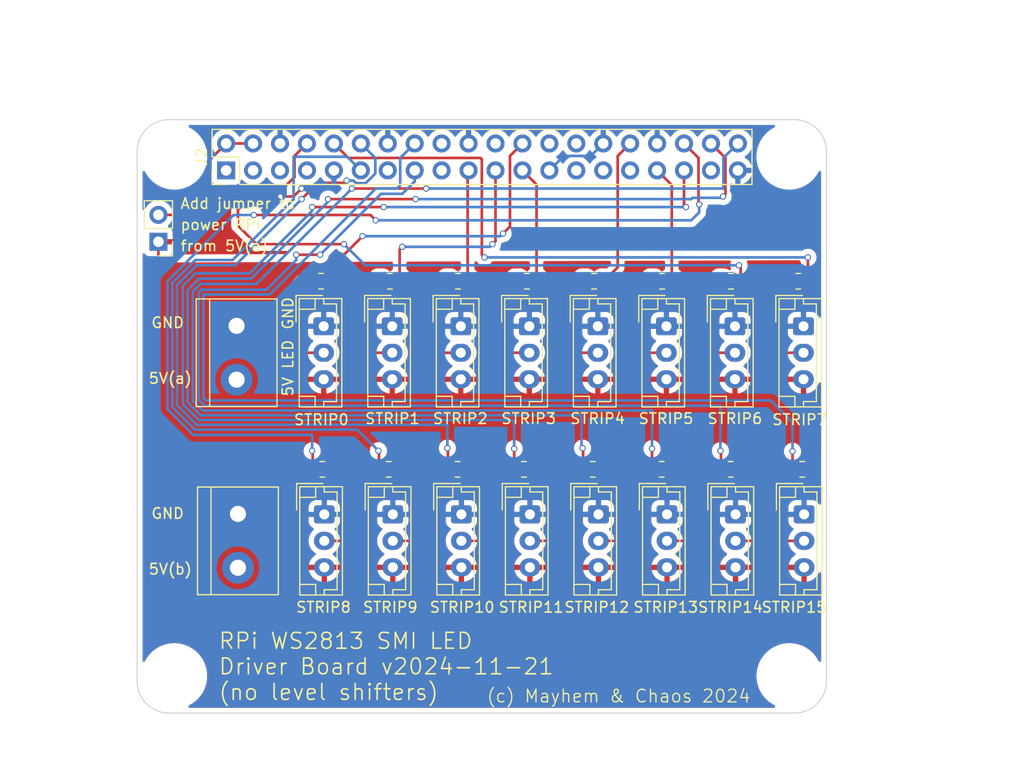
<source format=kicad_pcb>
(kicad_pcb (version 20240108) (generator "pcbnew") (generator_version "8.0")
  (layers (0 "F.Cu" signal) (31 "B.Cu" signal) (34 "B.Paste" user) (35 "F.Paste" user) (36 "B.SilkS" user "B.Silkscreen") (37 "F.SilkS" user "F.Silkscreen") (38 "B.Mask" user) (39 "F.Mask" user) (44 "Edge.Cuts" user))
  (net 0 "")
  (net 1 "/RPI_5V")
  (net 2 "/5Vcca")
  (net 5 "/5Vccb")
  (net 6 "Net-(J3-Pin_2)")
  (net 7 "Net-(J4-Pin_2)")
  (net 8 "/GND")
  (net 9 "Net-(J5-Pin_2)")
  (net 10 "Net-(J6-Pin_2)")
  (net 11 "Net-(J7-Pin_2)")
  (net 13 "Net-(J8-Pin_2)")
  (net 14 "Net-(J9-Pin_2)")
  (net 16 "Net-(J10-Pin_2)")
  (net 18 "Net-(J11-Pin_2)")
  (net 20 "Net-(J12-Pin_2)")
  (net 22 "Net-(J13-Pin_2)")
  (net 26 "Net-(J14-Pin_2)")
  (net 27 "Net-(J15-Pin_2)")
  (net 28 "Net-(J16-Pin_2)")
  (net 29 "Net-(J17-Pin_2)")
  (net 34 "/STRIP0")
  (net 35 "/STRIP1")
  (net 36 "/STRIP2")
  (net 37 "/STRIP3")
  (net 38 "/STRIP4")
  (net 39 "/STRIP5")
  (net 40 "/STRIP6")
  (net 41 "/STRIP7")
  (net 42 "/STRIP8")
  (net 43 "/STRIP9")
  (net 44 "/STRIP10")
  (net 45 "/STRIP11")
  (net 46 "/STRIP12")
  (net 47 "/STRIP13")
  (net 48 "/STRIP14")
  (net 49 "/STRIP15")
  (net 50 "Net-(JJ1-Pin_2)")
  (footprint "Connector_JST:JST_EH_B3B-EH-A_1x03_P2.50mm_Vertical" (layer "F.Cu") (at 154.480355 83 -90)
    (property "Reference" "J4" (hide yes))
    (property "Value" "STRIP3" (hide yes))
  )
  (footprint "Resistor_SMD:R_0805_2012Metric" (layer "F.Cu") (at 141.214285 96.5)
    (property "Reference" "R10" (hide yes))
    (property "Value" "330" (hide yes))
  )
  (footprint "Connector_JST:JST_EH_B3B-EH-A_1x03_P2.50mm_Vertical" (layer "F.Cu") (at 135.14286 100.75 -90)
    (property "Reference" "J9" (hide yes))
    (property "Value" "STRIP8" (hide yes))
  )
  (footprint "Resistor_SMD:R_0805_2012Metric" (layer "F.Cu") (at 141.3375 78.75 180)
    (property "Reference" "R2" (hide yes))
    (property "Value" "330" (hide yes))
  )
  (footprint "Resistor_SMD:R_0805_2012Metric" (layer "F.Cu") (at 147.75 78.75 180)
    (property "Reference" "R3" (hide yes))
    (property "Value" "330" (hide yes))
  )
  (footprint "Resistor_SMD:R_0805_2012Metric" (layer "F.Cu") (at 134.964285 96.5)
    (property "Reference" "R9" (hide yes))
    (property "Value" "330" (hide yes))
  )
  (footprint "Resistor_SMD:R_0805_2012Metric" (layer "F.Cu") (at 160.5875 78.75 180)
    (property "Reference" "R5" (hide yes))
    (property "Value" "330" (hide yes))
  )
  (footprint "TerminalBlock:TerminalBlock_bornier-2_P5.08mm" (layer "F.Cu") (at 127 100.71 -90)
    (property "Reference" "J19" (hide yes))
    (property "Value" "Screw_Terminal_01x02" (hide yes))
  )
  (footprint "Resistor_SMD:R_0805_2012Metric" (layer "F.Cu") (at 173.5 78.75 180)
    (property "Reference" "R7" (hide yes))
    (property "Value" "330" (hide yes))
  )
  (footprint "Connector_JST:JST_EH_B3B-EH-A_1x03_P2.50mm_Vertical" (layer "F.Cu") (at 141.607145 100.75 -90)
    (property "Reference" "J11" (hide yes))
    (property "Value" "STRIP9" (hide yes))
  )
  (footprint "Connector_JST:JST_EH_B3B-EH-A_1x03_P2.50mm_Vertical" (layer "F.Cu") (at 167.408925 83 -90)
    (property "Reference" "J6" (hide yes))
    (property "Value" "STRIP5" (hide yes))
  )
  (footprint "Resistor_SMD:R_0805_2012Metric" (layer "F.Cu") (at 154.25 78.75 180)
    (property "Reference" "R4" (hide yes))
    (property "Value" "330" (hide yes))
  )
  (footprint "RPi_Hat:RPi_Hat_Mounting_Hole" (layer "F.Cu") (at 179 67)
    (property "Reference" "" (hide yes))
    (property "Value" "" (hide yes))
  )
  (footprint "Connector_JST:JST_EH_B3B-EH-A_1x03_P2.50mm_Vertical" (layer "F.Cu") (at 154.535715 100.75 -90)
    (property "Reference" "J13" (hide yes))
    (property "Value" "STRIP11" (hide yes))
  )
  (footprint "Resistor_SMD:R_0805_2012Metric" (layer "F.Cu") (at 134.8375 78.75 180)
    (property "Reference" "R1" (hide yes))
    (property "Value" "330" (hide yes))
  )
  (footprint "Resistor_SMD:R_0805_2012Metric" (layer "F.Cu") (at 153.964285 96.5)
    (property "Reference" "R12" (hide yes))
    (property "Value" "330" (hide yes))
  )
  (footprint "RPi_Hat:RPi_Hat_Mounting_Hole" (layer "F.Cu") (at 121 116)
    (property "Reference" "" (hide yes))
    (property "Value" "" (hide yes))
  )
  (footprint "Resistor_SMD:R_0805_2012Metric" (layer "F.Cu") (at 173.464285 96.5)
    (property "Reference" "R15" (hide yes))
    (property "Value" "330" (hide yes))
  )
  (footprint "Resistor_SMD:R_0805_2012Metric" (layer "F.Cu") (at 147.714285 96.5)
    (property "Reference" "R11" (hide yes))
    (property "Value" "330" (hide yes))
  )
  (footprint "Resistor_SMD:R_0805_2012Metric" (layer "F.Cu") (at 179.8375 78.75 180)
    (property "Reference" "R8" (hide yes))
    (property "Value" "330" (hide yes))
  )
  (footprint "Connector_JST:JST_EH_B3B-EH-A_1x03_P2.50mm_Vertical" (layer "F.Cu") (at 173.92857 100.75 -90)
    (property "Reference" "J16" (hide yes))
    (property "Value" "STRIP14" (hide yes))
  )
  (footprint "Connector_JST:JST_EH_B3B-EH-A_1x03_P2.50mm_Vertical" (layer "F.Cu") (at 180.39286 100.75 -90)
    (property "Reference" "J17" (hide yes))
    (property "Value" "STRIP15" (hide yes))
  )
  (footprint "Resistor_SMD:R_0805_2012Metric" (layer "F.Cu") (at 167 78.75 180)
    (property "Reference" "R6" (hide yes))
    (property "Value" "330" (hide yes))
  )
  (footprint "Connector_JST:JST_EH_B3B-EH-A_1x03_P2.50mm_Vertical" (layer "F.Cu") (at 160.94464 83 -90)
    (property "Reference" "J5" (hide yes))
    (property "Value" "STRIP4" (hide yes))
  )
  (footprint "Connector_PinHeader_2.54mm:PinHeader_2x20_P2.54mm_Vertical" (layer "F.Cu") (at 125.89 68.29 90)
    (property "Reference" "J2")
    (property "Value" "RPi")
  )
  (footprint "Connector_JST:JST_EH_B3B-EH-A_1x03_P2.50mm_Vertical" (layer "F.Cu") (at 167.464285 100.75 -90)
    (property "Reference" "J15" (hide yes))
    (property "Value" "STRIP13" (hide yes))
  )
  (footprint "RPi_Hat:RPi_Hat_Mounting_Hole" (layer "F.Cu") (at 179 116)
    (property "Reference" "" (hide yes))
    (property "Value" "" (hide yes))
  )
  (footprint "RPi_Hat:RPi_Hat_Mounting_Hole" (layer "F.Cu") (at 121 67)
    (property "Reference" "" (hide yes))
    (property "Value" "" (hide yes))
  )
  (footprint "Connector_JST:JST_EH_B3B-EH-A_1x03_P2.50mm_Vertical" (layer "F.Cu") (at 161 100.75 -90)
    (property "Reference" "J14" (hide yes))
    (property "Value" "STRIP12" (hide yes))
  )
  (footprint "Resistor_SMD:R_0805_2012Metric" (layer "F.Cu") (at 166.964285 96.5)
    (property "Reference" "R14" (hide yes))
    (property "Value" "330" (hide yes))
  )
  (footprint "Connector_JST:JST_EH_B3B-EH-A_1x03_P2.50mm_Vertical" (layer "F.Cu") (at 173.87321 83 -90)
    (property "Reference" "J7" (hide yes))
    (property "Value" "STRIP6" (hide yes))
  )
  (footprint "Connector_PinHeader_2.54mm:PinHeader_1x02_P2.54mm_Vertical" (layer "F.Cu") (at 119.5 75.025 180)
    (property "Reference" "J18" (hide yes))
    (property "Value" "RPI POWER JMP" (hide yes))
  )
  (footprint "Connector_JST:JST_EH_B3B-EH-A_1x03_P2.50mm_Vertical" (layer "F.Cu") (at 141.551785 83 -90)
    (property "Reference" "JJ1" (hide yes))
    (property "Value" "STRIP1" (hide yes))
  )
  (footprint "Connector_JST:JST_EH_B3B-EH-A_1x03_P2.50mm_Vertical" (layer "F.Cu") (at 180.3375 83 -90)
    (property "Reference" "J8" (hide yes))
    (property "Value" "STRIP7" (hide yes))
  )
  (footprint "Resistor_SMD:R_0805_2012Metric" (layer "F.Cu") (at 160.464285 96.5)
    (property "Reference" "R13" (hide yes))
    (property "Value" "330" (hide yes))
  )
  (footprint "Connector_JST:JST_EH_B3B-EH-A_1x03_P2.50mm_Vertical" (layer "F.Cu") (at 135.0875 83 -90)
    (property "Reference" "J10" (hide yes))
    (property "Value" "STRIP0" (hide yes))
  )
  (footprint "Connector_JST:JST_EH_B3B-EH-A_1x03_P2.50mm_Vertical" (layer "F.Cu") (at 148.01607 83 -90)
    (property "Reference" "J3" (hide yes))
    (property "Value" "STRIP2" (hide yes))
  )
  (footprint "Connector_JST:JST_EH_B3B-EH-A_1x03_P2.50mm_Vertical" (layer "F.Cu") (at 148.07143 100.75 -90)
    (property "Reference" "J12" (hide yes))
    (property "Value" "STRIP10" (hide yes))
  )
  (footprint "TerminalBlock:TerminalBlock_bornier-2_P5.08mm" (layer "F.Cu") (at 126.873215 82.96 -90)
    (property "Reference" "J1" (hide yes))
    (property "Value" "Screw_Terminal_01x02" (hide yes))
  )
  (footprint "Resistor_SMD:R_0805_2012Metric" (layer "F.Cu") (at 180.214285 96.5)
    (property "Reference" "R16" (hide yes))
    (property "Value" "330" (hide yes))
  )
  (gr_line (start 120.5 63.5) (end 179.5 63.5) (stroke (width 0.1)) (layer "Edge.Cuts"))
  (gr_arc (start 120.5 119.5) (mid 118.37868 118.62132) (end 117.5 116.5) (stroke (width 0.1)) (layer "Edge.Cuts"))
  (gr_arc (start 117.5 66.5) (mid 118.37868 64.37868) (end 120.5 63.5) (stroke (width 0.1)) (layer "Edge.Cuts"))
  (gr_line (start 120.5 119.5) (end 179.5 119.5) (stroke (width 0.1)) (layer "Edge.Cuts"))
  (gr_arc (start 179.5 63.5) (mid 181.62132 64.37868) (end 182.5 66.5) (stroke (width 0.1)) (layer "Edge.Cuts"))
  (gr_line (start 117.5 66.5) (end 117.5 116.5) (stroke (width 0.1)) (layer "Edge.Cuts"))
  (gr_arc (start 182.5 116.5) (mid 181.62132 118.62132) (end 179.5 119.5) (stroke (width 0.1)) (layer "Edge.Cuts"))
  (gr_line (start 182.5 66.5) (end 182.5 116.5) (stroke (width 0.1)) (layer "Edge.Cuts"))
  (gr_text "Add jumper to" (at 121.5 72 0) (layer "F.SilkS") (effects (font (size 1 1)) (justify left bottom)))
  (gr_text "power RPi" (at 121.5 74 0) (layer "F.SilkS") (effects (font (size 1 1)) (justify left bottom)))
  (gr_text "STRIP12" (at 157.7 110.1 0) (layer "F.SilkS") (effects (font (size 1 1)) (justify left bottom)))
  (gr_text "STRIP4\n" (at 158.25 92.3 0) (layer "F.SilkS") (effects (font (size 1 1)) (justify left bottom)))
  (gr_text "STRIP10" (at 145 110.1 0) (layer "F.SilkS") (effects (font (size 1 1)) (justify left bottom)))
  (gr_text "STRIP2\n" (at 145.3 92.3 0) (layer "F.SilkS") (effects (font (size 1 1)) (justify left bottom)))
  (gr_text "GND" (at 132.3 83.4 90) (layer "F.SilkS") (effects (font (size 1 1)) (justify left bottom)))
  (gr_text "GND" (at 118.75 101.25 0) (layer "F.SilkS") (effects (font (size 1 1)) (justify left bottom)))
  (gr_text "5V" (at 132.3 89.7 90) (layer "F.SilkS") (effects (font (size 1 1)) (justify left bottom)))
  (gr_text "5V(b)" (at 118.5 106.5 0) (layer "F.SilkS") (effects (font (size 1 1)) (justify left bottom)))
  (gr_text "STRIP13" (at 164.2 110.1 0) (layer "F.SilkS") (effects (font (size 1 1)) (justify left bottom)))
  (gr_text "STRIP8" (at 132.4 110.1 0) (layer "F.SilkS") (effects (font (size 1 1)) (justify left bottom)))
  (gr_text "STRIP14" (at 170.3 110.1 0) (layer "F.SilkS") (effects (font (size 1 1)) (justify left bottom)))
  (gr_text "STRIP7\n" (at 177.3 92.4 0) (layer "F.SilkS") (effects (font (size 1 1)) (justify left bottom)))
  (gr_text "STRIP11\n" (at 151.5 110.1 0) (layer "F.SilkS") (effects (font (size 1 1)) (justify left bottom)))
  (gr_text "STRIP6\n" (at 171.2 92.3 0) (layer "F.SilkS") (effects (font (size 1 1)) (justify left bottom)))
  (gr_text "RPi WS2813 SMI LED\nDriver Board v2024-11-21\n(no level shifters)" (at 125.1 118.4 0) (layer "F.SilkS") (effects (font (size 1.5 1.5)) (justify left bottom)))
  (gr_text "STRIP15\n" (at 176.3 110.1 0) (layer "F.SilkS") (effects (font (size 1 1)) (justify left bottom)))
  (gr_text "(c) Mayhem & Chaos 2024" (at 150.4 118.6 0) (layer "F.SilkS") (effects (font (size 1.2 1.2) (thickness 0.12)) (justify left bottom)))
  (gr_text "GND" (at 118.75 83.25 0) (layer "F.SilkS") (effects (font (size 1 1)) (justify left bottom)))
  (gr_text "STRIP3\n" (at 151.75 92.3 0) (layer "F.SilkS") (effects (font (size 1 1)) (justify left bottom)))
  (gr_text "LED" (at 132.3 87.1 90) (layer "F.SilkS") (effects (font (size 1 1)) (justify left bottom)))
  (gr_text "STRIP5" (at 164.7 92.3 0) (layer "F.SilkS") (effects (font (size 1 1)) (justify left bottom)))
  (gr_text "from 5V(a)" (at 121.5 76 0) (layer "F.SilkS") (effects (font (size 1 1)) (justify left bottom)))
  (gr_text "STRIP1" (at 138.9 92.3 0) (layer "F.SilkS") (effects (font (size 1 1)) (justify left bottom)))
  (gr_text "STRIP9" (at 138.7 110.1 0) (layer "F.SilkS") (effects (font (size 1 1)) (justify left bottom)))
  (gr_text "5V(a)" (at 118.5 88.5 0) (layer "F.SilkS") (effects (font (size 1 1)) (justify left bottom)))
  (gr_text "STRIP0\n" (at 132.2 92.4 0) (layer "F.SilkS") (effects (font (size 1 1)) (justify left bottom)))
  (segment (start 124.25 67.39) (end 125.89 65.75) (width 0.25) (layer "F.Cu") (net 1))
  (segment (start 125.89 65.75) (end 128.43 65.75) (width 0.25) (layer "F.Cu") (net 1))
  (segment (start 119.5 72.485) (end 122.765 72.485) (width 0.25) (layer "F.Cu") (net 1))
  (segment (start 122.765 72.485) (end 124.25 71) (width 0.25) (layer "F.Cu") (net 1))
  (segment (start 124.25 71) (end 124.25 67.39) (width 0.25) (layer "F.Cu") (net 1))
  (segment (start 119.5 75.025) (end 119.5 76.5) (width 0.25) (layer "F.Cu") (net 2))
  (segment (start 119.5 76.5) (end 118.5 77.5) (width 0.25) (layer "F.Cu") (net 2))
  (segment (start 145.75 79) (end 145.75 85) (width 0.25) (layer "F.Cu") (net 6))
  (segment (start 146 78.75) (end 145.75 79) (width 0.25) (layer "F.Cu") (net 6))
  (segment (start 145.75 85) (end 146.25 85.5) (width 0.25) (layer "F.Cu") (net 6))
  (segment (start 146.25 85.5) (end 148.0875 85.5) (width 0.25) (layer "F.Cu") (net 6))
  (segment (start 146.925 78.75) (end 146 78.75) (width 0.25) (layer "F.Cu") (net 6))
  (segment (start 152.25 79) (end 152.25 85) (width 0.25) (layer "F.Cu") (net 7))
  (segment (start 152.5 78.75) (end 152.25 79) (width 0.25) (layer "F.Cu") (net 7))
  (segment (start 153.425 78.75) (end 152.5 78.75) (width 0.25) (layer "F.Cu") (net 7))
  (segment (start 152.75 85.5) (end 154.5875 85.5) (width 0.25) (layer "F.Cu") (net 7))
  (segment (start 152.25 85) (end 152.75 85.5) (width 0.25) (layer "F.Cu") (net 7))
  (segment (start 131 70.75) (end 132.25 70.75) (width 0.25) (layer "F.Cu") (net 8))
  (segment (start 132.25 70.75) (end 133 70) (width 0.25) (layer "F.Cu") (net 8))
  (via (at 131 70.75) (size 0.6) (drill 0.4) (layers "F.Cu" "B.Cu") (net 8))
  (via (at 133 70) (size 0.6) (drill 0.4) (layers "F.Cu" "B.Cu") (net 8))
  (segment (start 157.735 66.925) (end 160.275 66.925) (width 0.25) (layer "B.Cu") (net 8))
  (segment (start 156.37 68.29) (end 157.735 66.925) (width 0.25) (layer "B.Cu") (net 8))
  (segment (start 160.275 66.925) (end 161.45 65.75) (width 0.25) (layer "B.Cu") (net 8))
  (segment (start 159 78.75) (end 158.75 79) (width 0.25) (layer "F.Cu") (net 9))
  (segment (start 159.925 78.75) (end 159 78.75) (width 0.25) (layer "F.Cu") (net 9))
  (segment (start 158.75 85) (end 159.25 85.5) (width 0.25) (layer "F.Cu") (net 9))
  (segment (start 158.75 79) (end 158.75 85) (width 0.25) (layer "F.Cu") (net 9))
  (segment (start 159.25 85.5) (end 161.0875 85.5) (width 0.25) (layer "F.Cu") (net 9))
  (segment (start 165.5 85.5) (end 167.3375 85.5) (width 0.25) (layer "F.Cu") (net 10))
  (segment (start 165.25 78.75) (end 165 79) (width 0.25) (layer "F.Cu") (net 10))
  (segment (start 166.175 78.75) (end 165.25 78.75) (width 0.25) (layer "F.Cu") (net 10))
  (segment (start 165 85) (end 165.5 85.5) (width 0.25) (layer "F.Cu") (net 10))
  (segment (start 165 79) (end 165 85) (width 0.25) (layer "F.Cu") (net 10))
  (segment (start 171.5 79) (end 171.5 85) (width 0.25) (layer "F.Cu") (net 11))
  (segment (start 172.675 78.75) (end 171.75 78.75) (width 0.25) (layer "F.Cu") (net 11))
  (segment (start 171.5 85) (end 172 85.5) (width 0.25) (layer "F.Cu") (net 11))
  (segment (start 171.75 78.75) (end 171.5 79) (width 0.25) (layer "F.Cu") (net 11))
  (segment (start 172 85.5) (end 173.8375 85.5) (width 0.25) (layer "F.Cu") (net 11))
  (segment (start 178 79) (end 178 85) (width 0.25) (layer "F.Cu") (net 13))
  (segment (start 178 85) (end 178.5 85.5) (width 0.25) (layer "F.Cu") (net 13))
  (segment (start 178.5 85.5) (end 180.3375 85.5) (width 0.25) (layer "F.Cu") (net 13))
  (segment (start 179.175 78.75) (end 178.25 78.75) (width 0.25) (layer "F.Cu") (net 13))
  (segment (start 178.25 78.75) (end 178 79) (width 0.25) (layer "F.Cu") (net 13))
  (segment (start 137.5 103.25) (end 135.14286 103.25) (width 0.25) (layer "F.Cu") (net 14))
  (segment (start 138 96.75) (end 138 102.75) (width 0.25) (layer "F.Cu") (net 14))
  (segment (start 135.876785 96.5) (end 137.75 96.5) (width 0.25) (layer "F.Cu") (net 14))
  (segment (start 137.75 96.5) (end 138 96.75) (width 0.25) (layer "F.Cu") (net 14))
  (segment (start 138 102.75) (end 137.5 103.25) (width 0.25) (layer "F.Cu") (net 14))
  (segment (start 132.75 79) (end 132.75 85) (width 0.25) (layer "F.Cu") (net 16))
  (segment (start 133.925 78.75) (end 133 78.75) (width 0.25) (layer "F.Cu") (net 16))
  (segment (start 132.75 85) (end 133.25 85.5) (width 0.25) (layer "F.Cu") (net 16))
  (segment (start 133.25 85.5) (end 135.0875 85.5) (width 0.25) (layer "F.Cu") (net 16))
  (segment (start 133 78.75) (end 132.75 79) (width 0.25) (layer "F.Cu") (net 16))
  (segment (start 142.305355 96.5) (end 144.17857 96.5) (width 0.25) (layer "F.Cu") (net 18))
  (segment (start 144.42857 102.75) (end 143.92857 103.25) (width 0.25) (layer "F.Cu") (net 18))
  (segment (start 144.17857 96.5) (end 144.42857 96.75) (width 0.25) (layer "F.Cu") (net 18))
  (segment (start 144.42857 96.75) (end 144.42857 102.75) (width 0.25) (layer "F.Cu") (net 18))
  (segment (start 143.92857 103.25) (end 141.57143 103.25) (width 0.25) (layer "F.Cu") (net 18))
  (segment (start 150.67857 96.5) (end 150.92857 96.75) (width 0.25) (layer "F.Cu") (net 20))
  (segment (start 150.92857 102.75) (end 150.42857 103.25) (width 0.25) (layer "F.Cu") (net 20))
  (segment (start 148.805355 96.5) (end 150.67857 96.5) (width 0.25) (layer "F.Cu") (net 20))
  (segment (start 150.42857 103.25) (end 148.07143 103.25) (width 0.25) (layer "F.Cu") (net 20))
  (segment (start 150.92857 96.75) (end 150.92857 102.75) (width 0.25) (layer "F.Cu") (net 20))
  (segment (start 157.42857 102.75) (end 156.92857 103.25) (width 0.25) (layer "F.Cu") (net 22))
  (segment (start 156.92857 103.25) (end 154.57143 103.25) (width 0.25) (layer "F.Cu") (net 22))
  (segment (start 157.42857 96.75) (end 157.42857 102.75) (width 0.25) (layer "F.Cu") (net 22))
  (segment (start 157.17857 96.5) (end 157.42857 96.75) (width 0.25) (layer "F.Cu") (net 22))
  (segment (start 155.305355 96.5) (end 157.17857 96.5) (width 0.25) (layer "F.Cu") (net 22))
  (segment (start 161.805355 96.5) (end 163.67857 96.5) (width 0.25) (layer "F.Cu") (net 26))
  (segment (start 163.67857 96.5) (end 163.92857 96.75) (width 0.25) (layer "F.Cu") (net 26))
  (segment (start 163.42857 103.25) (end 161.07143 103.25) (width 0.25) (layer "F.Cu") (net 26))
  (segment (start 163.92857 96.75) (end 163.92857 102.75) (width 0.25) (layer "F.Cu") (net 26))
  (segment (start 163.92857 102.75) (end 163.42857 103.25) (width 0.25) (layer "F.Cu") (net 26))
  (segment (start 170.42857 102.75) (end 169.92857 103.25) (width 0.25) (layer "F.Cu") (net 27))
  (segment (start 170.17857 96.5) (end 170.42857 96.75) (width 0.25) (layer "F.Cu") (net 27))
  (segment (start 168.305355 96.5) (end 170.17857 96.5) (width 0.25) (layer "F.Cu") (net 27))
  (segment (start 169.92857 103.25) (end 167.57143 103.25) (width 0.25) (layer "F.Cu") (net 27))
  (segment (start 170.42857 96.75) (end 170.42857 102.75) (width 0.25) (layer "F.Cu") (net 27))
  (segment (start 176.92857 96.75) (end 176.92857 102.75) (width 0.25) (layer "F.Cu") (net 28))
  (segment (start 174.805355 96.5) (end 176.67857 96.5) (width 0.25) (layer "F.Cu") (net 28))
  (segment (start 176.92857 102.75) (end 176.42857 103.25) (width 0.25) (layer "F.Cu") (net 28))
  (segment (start 176.67857 96.5) (end 176.92857 96.75) (width 0.25) (layer "F.Cu") (net 28))
  (segment (start 176.42857 103.25) (end 174.07143 103.25) (width 0.25) (layer "F.Cu") (net 28))
  (segment (start 181 98.5) (end 178 98.5) (width 0.25) (layer "F.Cu") (net 29))
  (segment (start 181.126785 96.5) (end 181.126785 98.373215) (width 0.25) (layer "F.Cu") (net 29))
  (segment (start 178 102.75) (end 178.5 103.25) (width 0.25) (layer "F.Cu") (net 29))
  (segment (start 178.5 103.25) (end 180.39286 103.25) (width 0.25) (layer "F.Cu") (net 29))
  (segment (start 181.126785 98.373215) (end 181 98.5) (width 0.25) (layer "F.Cu") (net 29))
  (segment (start 178 98.5) (end 178 102.75) (width 0.25) (layer "F.Cu") (net 29))
  (segment (start 135.75 78.75) (end 135.75 77.5) (width 0.25) (layer "F.Cu") (net 34))
  (segment (start 135.75 77.5) (end 138.75 74.5) (width 0.25) (layer "F.Cu") (net 34))
  (segment (start 152.655 73.595) (end 152.655 66.925) (width 0.25) (layer "F.Cu") (net 34))
  (segment (start 152 74.25) (end 152.655 73.595) (width 0.25) (layer "F.Cu") (net 34))
  (segment (start 152.655 66.925) (end 153.83 65.75) (width 0.25) (layer "F.Cu") (net 34))
  (via (at 138.75 74.5) (size 0.6) (drill 0.4) (layers "F.Cu" "B.Cu") (net 34))
  (via (at 152 74.25) (size 0.6) (drill 0.4) (layers "F.Cu" "B.Cu") (net 34))
  (segment (start 138.75 74.5) (end 151.75 74.5) (width 0.25) (layer "B.Cu") (net 34))
  (segment (start 151.75 74.5) (end 152 74.25) (width 0.25) (layer "B.Cu") (net 34))
  (segment (start 142.25 78.75) (end 142.25 75.75) (width 0.25) (layer "F.Cu") (net 35))
  (segment (start 151 75.25) (end 151.29 74.96) (width 0.25) (layer "F.Cu") (net 35))
  (segment (start 151.29 74.96) (end 151.29 68.29) (width 0.25) (layer "F.Cu") (net 35))
  (segment (start 142.25 75.75) (end 142.5 75.5) (width 0.25) (layer "F.Cu") (net 35))
  (via (at 142.5 75.5) (size 0.6) (drill 0.4) (layers "F.Cu" "B.Cu") (net 35))
  (via (at 151 75.25) (size 0.6) (drill 0.4) (layers "F.Cu" "B.Cu") (net 35))
  (segment (start 142.5 75.5) (end 150.75 75.5) (width 0.25) (layer "B.Cu") (net 35))
  (segment (start 150.75 75.5) (end 151 75.25) (width 0.25) (layer "B.Cu") (net 35))
  (segment (start 148.6625 68.3775) (end 148.75 68.29) (width 0.25) (layer "F.Cu") (net 36))
  (segment (start 148.6625 78.75) (end 148.6625 68.3775) (width 0.25) (layer "F.Cu") (net 36))
  (segment (start 155.1625 78.75) (end 155.1625 69.6225) (width 0.25) (layer "F.Cu") (net 37))
  (segment (start 155.1625 69.6225) (end 153.83 68.29) (width 0.25) (layer "F.Cu") (net 37))
  (segment (start 162.815 77.435) (end 162.815 66.925) (width 0.25) (layer "F.Cu") (net 38))
  (segment (start 162.815 66.925) (end 163.99 65.75) (width 0.25) (layer "F.Cu") (net 38))
  (segment (start 161.5 78.75) (end 162.815 77.435) (width 0.25) (layer "F.Cu") (net 38))
  (segment (start 167.9125 69.6725) (end 166.53 68.29) (width 0.25) (layer "F.Cu") (net 39))
  (segment (start 167.9125 78.75) (end 167.9125 69.6725) (width 0.25) (layer "F.Cu") (net 39))
  (segment (start 174.4125 77.4125) (end 174.25 77.25) (width 0.25) (layer "F.Cu") (net 40))
  (segment (start 129 70) (end 131.25 70) (width 0.25) (layer "F.Cu") (net 40))
  (segment (start 131.25 70) (end 132.335 68.915) (width 0.25) (layer "F.Cu") (net 40))
  (segment (start 132.335 66.925) (end 133.51 65.75) (width 0.25) (layer "F.Cu") (net 40))
  (segment (start 174.4125 78.75) (end 174.4125 77.4125) (width 0.25) (layer "F.Cu") (net 40))
  (segment (start 128.75 75.25) (end 127 73.5) (width 0.25) (layer "F.Cu") (net 40))
  (segment (start 132.335 68.915) (end 132.335 66.925) (width 0.25) (layer "F.Cu") (net 40))
  (segment (start 127 73.5) (end 127 72) (width 0.25) (layer "F.Cu") (net 40))
  (segment (start 127 72) (end 129 70) (width 0.25) (layer "F.Cu") (net 40))
  (segment (start 137 75.25) (end 128.75 75.25) (width 0.25) (layer "F.Cu") (net 40))
  (via (at 137 75.25) (size 0.6) (drill 0.4) (layers "F.Cu" "B.Cu") (net 40))
  (via (at 174.25 77.25) (size 0.6) (drill 0.4) (layers "F.Cu" "B.Cu") (net 40))
  (segment (start 139 77.25) (end 137 75.25) (width 0.25) (layer "B.Cu") (net 40))
  (segment (start 174.25 77.25) (end 139 77.25) (width 0.25) (layer "B.Cu") (net 40))
  (segment (start 150 67.25) (end 150 76.25) (width 0.25) (layer "F.Cu") (net 41))
  (segment (start 136.05 65.75) (end 137.415 67.115) (width 0.25) (layer "F.Cu") (net 41))
  (segment (start 150 76.25) (end 150.25 76.5) (width 0.25) (layer "F.Cu") (net 41))
  (segment (start 180.75 78.75) (end 180.75 76.5) (width 0.25) (layer "F.Cu") (net 41))
  (segment (start 149.865 67.115) (end 150 67.25) (width 0.25) (layer "F.Cu") (net 41))
  (segment (start 137.415 67.115) (end 149.865 67.115) (width 0.25) (layer "F.Cu") (net 41))
  (via (at 150.25 76.5) (size 0.6) (drill 0.4) (layers "F.Cu" "B.Cu") (net 41))
  (via (at 180.75 76.5) (size 0.6) (drill 0.4) (layers "F.Cu" "B.Cu") (net 41))
  (segment (start 150.25 76.5) (end 180.75 76.5) (width 0.25) (layer "B.Cu") (net 41))
  (segment (start 128.5 72.5) (end 139.5 72.5) (width 0.25) (layer "F.Cu") (net 42))
  (segment (start 134.051785 96.5) (end 134.051785 94.801785) (width 0.25) (layer "F.Cu") (net 42))
  (segment (start 170.435 67.115) (end 169.07 65.75) (width 0.25) (layer "F.Cu") (net 42))
  (segment (start 134.051785 94.801785) (end 134 94.75) (width 0.25) (layer "F.Cu") (net 42))
  (segment (start 170.435 71.435) (end 170.435 67.115) (width 0.25) (layer "F.Cu") (net 42))
  (segment (start 139.5 72.5) (end 140 73) (width 0.25) (layer "F.Cu") (net 42))
  (segment (start 170.5 71.5) (end 170.435 71.435) (width 0.25) (layer "F.Cu") (net 42))
  (via (at 140 73) (size 0.6) (drill 0.4) (layers "F.Cu" "B.Cu") (net 42))
  (via (at 170.5 71.5) (size 0.6) (drill 0.4) (layers "F.Cu" "B.Cu") (net 42))
  (via (at 128.5 72.5) (size 0.6) (drill 0.4) (layers "F.Cu" "B.Cu") (net 42))
  (via (at 134 94.75) (size 0.6) (drill 0.4) (layers "F.Cu" "B.Cu") (net 42))
  (segment (start 140 73) (end 169.75 73) (width 0.25) (layer "B.Cu") (net 42))
  (segment (start 134 94.75) (end 134 93.25) (width 0.25) (layer "B.Cu") (net 42))
  (segment (start 120.35 78.740812) (end 126.590812 72.5) (width 0.25) (layer "B.Cu") (net 42))
  (segment (start 122.795228 93.25) (end 120.35 90.804772) (width 0.25) (layer "B.Cu") (net 42))
  (segment (start 126.590812 72.5) (end 128.5 72.5) (width 0.25) (layer "B.Cu") (net 42))
  (segment (start 170.5 72.25) (end 170.5 71.5) (width 0.25) (layer "B.Cu") (net 42))
  (segment (start 169.75 73) (end 170.5 72.25) (width 0.25) (layer "B.Cu") (net 42))
  (segment (start 120.35 90.804772) (end 120.35 78.740812) (width 0.25) (layer "B.Cu") (net 42))
  (segment (start 134 93.25) (end 122.795228 93.25) (width 0.25) (layer "B.Cu") (net 42))
  (segment (start 140.301785 96.5) (end 140.301785 94.801785) (width 0.25) (layer "F.Cu") (net 43))
  (segment (start 140.301785 94.801785) (end 140.25 94.75) (width 0.25) (layer "F.Cu") (net 43))
  (via (at 140.25 94.75) (size 0.6) (drill 0.4) (layers "F.Cu" "B.Cu") (net 43))
  (segment (start 120.8 90.618376) (end 120.8 78.927208) (width 0.25) (layer "B.Cu") (net 43))
  (segment (start 120.8 78.927208) (end 122.977208 76.75) (width 0.25) (layer "B.Cu") (net 43))
  (segment (start 126.5 76.75) (end 132.25 71) (width 0.25) (layer "B.Cu") (net 43))
  (segment (start 122.931624 92.75) (end 120.8 90.618376) (width 0.25) (layer "B.Cu") (net 43))
  (segment (start 132.25 67) (end 137.3 67) (width 0.25) (layer "B.Cu") (net 43))
  (segment (start 140.25 94.75) (end 138.25 92.75) (width 0.25) (layer "B.Cu") (net 43))
  (segment (start 137.3 67) (end 138.59 68.29) (width 0.25) (layer "B.Cu") (net 43))
  (segment (start 138.25 92.75) (end 122.931624 92.75) (width 0.25) (layer "B.Cu") (net 43))
  (segment (start 132.25 71) (end 132.25 67) (width 0.25) (layer "B.Cu") (net 43))
  (segment (start 122.977208 76.75) (end 126.5 76.75) (width 0.25) (layer "B.Cu") (net 43))
  (segment (start 134.535 69.465) (end 137.035 69.465) (width 0.25) (layer "F.Cu") (net 44))
  (segment (start 133 71) (end 134.535 69.465) (width 0.25) (layer "F.Cu") (net 44))
  (segment (start 137.035 69.465) (end 137.25 69.25) (width 0.25) (layer "F.Cu") (net 44))
  (segment (start 146.801785 96.5) (end 146.801785 94.551785) (width 0.25) (layer "F.Cu") (net 44))
  (segment (start 146.801785 94.551785) (end 146.75 94.5) (width 0.25) (layer "F.Cu") (net 44))
  (via (at 146.75 94.5) (size 0.6) (drill 0.4) (layers "F.Cu" "B.Cu") (net 44))
  (via (at 133 71) (size 0.6) (drill 0.4) (layers "F.Cu" "B.Cu") (net 44))
  (via (at 137.25 69.25) (size 0.6) (drill 0.4) (layers "F.Cu" "B.Cu") (net 44))
  (segment (start 139.041701 69.5) (end 139.955 68.586701) (width 0.25) (layer "B.Cu") (net 44))
  (segment (start 126.75 77.25) (end 133 71) (width 0.25) (layer "B.Cu") (net 44))
  (segment (start 139.955 68.586701) (end 139.955 67.115) (width 0.25) (layer "B.Cu") (net 44))
  (segment (start 138.138299 69.5) (end 139.041701 69.5) (width 0.25) (layer "B.Cu") (net 44))
  (segment (start 137.25 69.25) (end 137.888299 69.25) (width 0.25) (layer "B.Cu") (net 44))
  (segment (start 121.25 79.113604) (end 123.113604 77.25) (width 0.25) (layer "B.Cu") (net 44))
  (segment (start 137.888299 69.25) (end 138.138299 69.5) (width 0.25) (layer "B.Cu") (net 44))
  (segment (start 146.75 92.3) (end 123.11802 92.3) (width 0.25) (layer "B.Cu") (net 44))
  (segment (start 146.75 94.5) (end 146.75 92.3) (width 0.25) (layer "B.Cu") (net 44))
  (segment (start 123.11802 92.3) (end 121.25 90.43198) (width 0.25) (layer "B.Cu") (net 44))
  (segment (start 139.955 67.115) (end 138.59 65.75) (width 0.25) (layer "B.Cu") (net 44))
  (segment (start 123.113604 77.25) (end 126.75 77.25) (width 0.25) (layer "B.Cu") (net 44))
  (segment (start 121.25 90.43198) (end 121.25 79.113604) (width 0.25) (layer "B.Cu") (net 44))
  (segment (start 169.25 71.75) (end 169.07 71.57) (width 0.25) (layer "F.Cu") (net 45))
  (segment (start 134 71.75) (end 140.75 71.75) (width 0.25) (layer "F.Cu") (net 45))
  (segment (start 153 94.5) (end 153.051785 94.551785) (width 0.25) (layer "F.Cu") (net 45))
  (segment (start 153.051785 96.5) (end 153.051785 94.551785) (width 0.25) (layer "F.Cu") (net 45))
  (segment (start 169.07 71.57) (end 169.07 68.29) (width 0.25) (layer "F.Cu") (net 45))
  (via (at 134 71.75) (size 0.6) (drill 0.4) (layers "F.Cu" "B.Cu") (net 45))
  (via (at 169.25 71.75) (size 0.6) (drill 0.4) (layers "F.Cu" "B.Cu") (net 45))
  (via (at 140.75 71.75) (size 0.6) (drill 0.4) (layers "F.Cu" "B.Cu") (net 45))
  (via (at 153.051785 94.551785) (size 0.6) (drill 0.4) (layers "F.Cu" "B.Cu") (net 45))
  (segment (start 152.85 91.85) (end 123.304416 91.85) (width 0.25) (layer "B.Cu") (net 45))
  (segment (start 121.8 90.345584) (end 121.8 79.2) (width 0.25) (layer "B.Cu") (net 45))
  (segment (start 123 78) (end 128.113604 78) (width 0.25) (layer "B.Cu") (net 45))
  (segment (start 123.304416 91.85) (end 121.8 90.345584) (width 0.25) (layer "B.Cu") (net 45))
  (segment (start 153.051785 92.051785) (end 152.85 91.85) (width 0.25) (layer "B.Cu") (net 45))
  (segment (start 134 72.113604) (end 134 71.75) (width 0.25) (layer "B.Cu") (net 45))
  (segment (start 153.051785 94.551785) (end 153.051785 92.051785) (width 0.25) (layer "B.Cu") (net 45))
  (segment (start 140.75 71.75) (end 169.25 71.75) (width 0.25) (layer "B.Cu") (net 45))
  (segment (start 128.113604 78) (end 134 72.113604) (width 0.25) (layer "B.Cu") (net 45))
  (segment (start 121.8 79.2) (end 123 78) (width 0.25) (layer "B.Cu") (net 45))
  (segment (start 159.551785 96.5) (end 159.551785 94.551785) (width 0.25) (layer "F.Cu") (net 46))
  (segment (start 172.975 70.525) (end 172.975 67.115) (width 0.25) (layer "F.Cu") (net 46))
  (segment (start 172.75 70.75) (end 172.975 70.525) (width 0.25) (layer "F.Cu") (net 46))
  (segment (start 135.5 71) (end 143.75 71) (width 0.25) (layer "F.Cu") (net 46))
  (segment (start 159.551785 94.551785) (end 159.5 94.5) (width 0.25) (layer "F.Cu") (net 46))
  (segment (start 172.975 67.115) (end 171.61 65.75) (width 0.25) (layer "F.Cu") (net 46))
  (via (at 159.5 94.5) (size 0.6) (drill 0.4) (layers "F.Cu" "B.Cu") (net 46))
  (via (at 135.5 71) (size 0.6) (drill 0.4) (layers "F.Cu" "B.Cu") (net 46))
  (via (at 143.75 71) (size 0.6) (drill 0.4) (layers "F.Cu" "B.Cu") (net 46))
  (via (at 172.75 70.75) (size 0.6) (drill 0.4) (layers "F.Cu" "B.Cu") (net 46))
  (segment (start 123.25 78.5) (end 128.25 78.5) (width 0.25) (layer "B.Cu") (net 46))
  (segment (start 169.75 71) (end 169.875 70.875) (width 0.25) (layer "B.Cu") (net 46))
  (segment (start 123.490812 91.4) (end 122.25 90.159188) (width 0.25) (layer "B.Cu") (net 46))
  (segment (start 123.25 78.590812) (end 123.25 78.5) (width 0.25) (layer "B.Cu") (net 46))
  (segment (start 143.75 71) (end 169.75 71) (width 0.25) (layer "B.Cu") (net 46))
  (segment (start 122.25 90.159188) (end 122.25 79.590812) (width 0.25) (layer "B.Cu") (net 46))
  (segment (start 159.4 94.4) (end 159.4 91.4) (width 0.25) (layer "B.Cu") (net 46))
  (segment (start 122.25 79.590812) (end 123.25 78.590812) (width 0.25) (layer "B.Cu") (net 46))
  (segment (start 159.4 91.4) (end 123.490812 91.4) (width 0.25) (layer "B.Cu") (net 46))
  (segment (start 172.625 70.875) (end 172.75 70.75) (width 0.25) (layer "B.Cu") (net 46))
  (segment (start 169.875 70.875) (end 172.625 70.875) (width 0.25) (layer "B.Cu") (net 46))
  (segment (start 128.25 78.5) (end 135.5 71.25) (width 0.25) (layer "B.Cu") (net 46))
  (segment (start 135.5 71.25) (end 135.5 71) (width 0.25) (layer "B.Cu") (net 46))
  (segment (start 159.5 94.5) (end 159.4 94.4) (width 0.25) (layer "B.Cu") (net 46))
  (segment (start 137.75 70) (end 144.75 70) (width 0.25) (layer "F.Cu") (net 47))
  (segment (start 166 94.5) (end 166.051785 94.551785) (width 0.25) (layer "F.Cu") (net 47))
  (segment (start 166.051785 96.5) (end 166.051785 94.551785) (width 0.25) (layer "F.Cu") (net 47))
  (via (at 137.75 70) (size 0.6) (drill 0.4) (layers "F.Cu" "B.Cu") (net 47))
  (via (at 144.75 70) (size 0.6) (drill 0.4) (layers "F.Cu" "B.Cu") (net 47))
  (via (at 166.051785 94.551785) (size 0.6) (drill 0.4) (layers "F.Cu" "B.Cu") (net 47))
  (segment (start 166.051785 94.551785) (end 166.051785 90.95) (width 0.25) (layer "B.Cu") (net 47))
  (segment (start 122.75 79.727208) (end 123.477208 79) (width 0.25) (layer "B.Cu") (net 47))
  (segment (start 172.785 67.115) (end 174.15 65.75) (width 0.25) (layer "B.Cu") (net 47))
  (segment (start 122.75 90.022792) (end 122.75 79.727208) (width 0.25) (layer "B.Cu") (net 47))
  (segment (start 172.75 70) (end 172.785 69.965) (width 0.25) (layer "B.Cu") (net 47))
  (segment (start 128.75 79) (end 137.75 70) (width 0.25) (layer "B.Cu") (net 47))
  (segment (start 123.477208 79) (end 128.75 79) (width 0.25) (layer "B.Cu") (net 47))
  (segment (start 172.785 69.965) (end 172.785 67.115) (width 0.25) (layer "B.Cu") (net 47))
  (segment (start 166.051785 90.95) (end 123.677208 90.95) (width 0.25) (layer "B.Cu") (net 47))
  (segment (start 144.75 70) (end 172.75 70) (width 0.25) (layer "B.Cu") (net 47))
  (segment (start 123.677208 90.95) (end 122.75 90.022792) (width 0.25) (layer "B.Cu") (net 47))
  (segment (start 172.551785 96.5) (end 172.551785 94.801785) (width 0.25) (layer "F.Cu") (net 48))
  (segment (start 172.551785 94.801785) (end 172.5 94.75) (width 0.25) (layer "F.Cu") (net 48))
  (segment (start 132.5 76.25) (end 134.75 76.25) (width 0.25) (layer "F.Cu") (net 48))
  (via (at 134.75 76.25) (size 0.6) (drill 0.4) (layers "F.Cu" "B.Cu") (net 48))
  (via (at 172.5 94.75) (size 0.6) (drill 0.4) (layers "F.Cu" "B.Cu") (net 48))
  (via (at 132.5 76.25) (size 0.6) (drill 0.4) (layers "F.Cu" "B.Cu") (net 48))
  (segment (start 132.5 76.75) (end 132.5 76.25) (width 0.25) (layer "B.Cu") (net 48))
  (segment (start 129.75 79.55) (end 129.75 79.5) (width 0.25) (layer "B.Cu") (net 48))
  (segment (start 142.5 70.5) (end 143.67 69.33) (width 0.25) (layer "B.Cu") (net 48))
  (segment (start 123.563604 79.55) (end 129.75 79.55) (width 0.25) (layer "B.Cu") (net 48))
  (segment (start 134.75 76.25) (end 140.5 70.5) (width 0.25) (layer "B.Cu") (net 48))
  (segment (start 172.5 90.5) (end 123.863604 90.5) (width 0.25) (layer "B.Cu") (net 48))
  (segment (start 143.67 69.33) (end 143.67 68.29) (width 0.25) (layer "B.Cu") (net 48))
  (segment (start 140.5 70.5) (end 142.5 70.5) (width 0.25) (layer "B.Cu") (net 48))
  (segment (start 172.5 94.75) (end 172.5 90.5) (width 0.25) (layer "B.Cu") (net 48))
  (segment (start 123.863604 90.5) (end 123.3 89.936396) (width 0.25) (layer "B.Cu") (net 48))
  (segment (start 129.75 79.5) (end 132.5 76.75) (width 0.25) (layer "B.Cu") (net 48))
  (segment (start 123.3 79.813604) (end 123.563604 79.55) (width 0.25) (layer "B.Cu") (net 48))
  (segment (start 123.3 89.936396) (end 123.3 79.813604) (width 0.25) (layer "B.Cu") (net 48))
  (segment (start 179.25 94.75) (end 179.301785 94.801785) (width 0.25) (layer "F.Cu") (net 49))
  (segment (start 179.301785 96.5) (end 179.301785 94.801785) (width 0.25) (layer "F.Cu") (net 49))
  (via (at 179.301785 94.801785) (size 0.6) (drill 0.4) (layers "F.Cu" "B.Cu") (net 49))
  (segment (start 123.75 80) (end 130 80) (width 0.25) (layer "B.Cu") (net 49))
  (segment (start 179.301785 94.801785) (end 179.301785 92.051785) (width 0.25) (layer "B.Cu") (net 49))
  (segment (start 179.301785 94.801785) (end 179.25 94.75) (width 0.25) (layer "B.Cu") (net 49))
  (segment (start 142.305 67.115) (end 143.67 65.75) (width 0.25) (layer "B.Cu") (net 49))
  (segment (start 140 70) (end 142 70) (width 0.25) (layer "B.Cu") (net 49))
  (segment (start 123.75 89.75) (end 123.75 80) (width 0.25) (layer "B.Cu") (net 49))
  (segment (start 177.25 90) (end 124 90) (width 0.25) (layer "B.Cu") (net 49))
  (segment (start 142.305 69.695) (end 142.305 67.115) (width 0.25) (layer "B.Cu") (net 49))
  (segment (start 142 70) (end 142.305 69.695) (width 0.25) (layer "B.Cu") (net 49))
  (segment (start 177.25 90) (end 179.301785 92.051785) (width 0.25) (layer "B.Cu") (net 49))
  (segment (start 124 90) (end 123.75 89.75) (width 0.25) (layer "B.Cu") (net 49))
  (segment (start 130 80) (end 140 70) (width 0.25) (layer "B.Cu") (net 49))
  (segment (start 139.25 85) (end 139.75 85.5) (width 0.25) (layer "F.Cu") (net 50))
  (segment (start 139.25 79) (end 139.25 85) (width 0.25) (layer "F.Cu") (net 50))
  (segment (start 139.75 85.5) (end 141.5875 85.5) (width 0.25) (layer "F.Cu") (net 50))
  (segment (start 139.5 78.75) (end 139.25 79) (width 0.25) (layer "F.Cu") (net 50))
  (segment (start 140.425 78.75) (end 139.5 78.75) (width 0.25) (layer "F.Cu") (net 50))
  (zone (net 2) (net_name "/5Vcca") (layer "F.Cu") (priority 2) (connect_pads (clearance 0.508)) (min_thickness 0.25) (fill yes (thermal_gap 0.5) (thermal_bridge_width 0.5))
    (polygon (pts (xy 113.75 77) (xy 184.725 76.75) (xy 184.75 94.75) (xy 113.5 95)))
  )
  (zone (net 2) (net_name "/5Vcca") (layer "F.Cu") (connect_pads (clearance 0.508)) (min_thickness 0.25) (fill yes (thermal_gap 0.5) (thermal_bridge_width 0.5))
    (polygon (pts (xy 113.85 61.225) (xy 184.825 61.175) (xy 185 76) (xy 113.75 76.25)))
  )
  (zone (net 5) (net_name "/5Vccb") (layer "F.Cu") (priority 3) (connect_pads (clearance 0.508)) (min_thickness 0.25) (fill yes (thermal_gap 0.5) (thermal_bridge_width 0.5))
    (polygon (pts (xy 113.5 95.5) (xy 184.75 95.25) (xy 185 119.75) (xy 113.5 119.25)))
  )
  (zone (net 8) (net_name "/GND") (layer "B.Cu") (priority 1) (connect_pads (clearance 0.508)) (min_thickness 0.25) (fill yes (thermal_gap 0.5) (thermal_bridge_width 0.5))
    (polygon (pts (xy 112.5 59.95) (xy 188.325 59.725) (xy 187.6 124.125) (xy 111.425 124.125)))
  )
)
</source>
